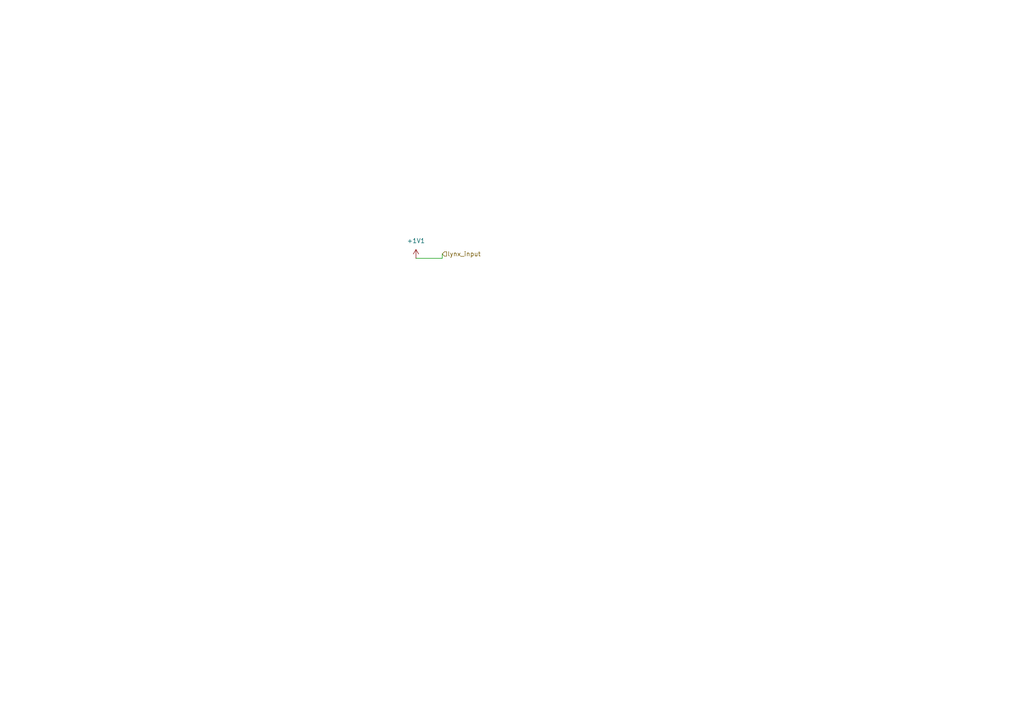
<source format=kicad_sch>
(kicad_sch (version 20250114) (generator "eeschema") (generator_version "9.0")
  (paper "A4")
  (lib_symbols
    (symbol "power:+1V1" (power) (pin_numbers (hide yes)) (pin_names (offset 0) (hide yes))
      (property "Value" "+1V1" (at 0 3.556 0))
      (symbol "+1V1_0_1"
        (polyline (pts (xy -0.762 1.27) (xy 0 2.54)))
        (polyline (pts (xy 0 2.54) (xy 0.762 1.27)))
        (polyline (pts (xy 0 0) (xy 0 2.54)))
      )
      (symbol "+1V1_1_1"
        (pin power_in line (at 0 0 90) (length 0) (name "~") (number "1"))
      )
    )
  )
  (wire (pts (xy 128.27 73.66) (xy 128.27 74.93)))
  (wire (pts (xy 120.65 74.93) (xy 128.27 74.93)))
  (hierarchical_label "lynx_input" (shape input) (at 128.27 73.66 0))
  (symbol (lib_id "power:+1V1") (at 120.65 74.93 0) (unit 1)
    (property "Reference" "#PWR01" (effects (hide yes)))
    (property "Value" "+1V1" (at 120.65 69.85 0))
    (property "Description" "Power symbol creates a global label with name \"+1V1\"" (effects (hide yes)))
  )
)
</source>
